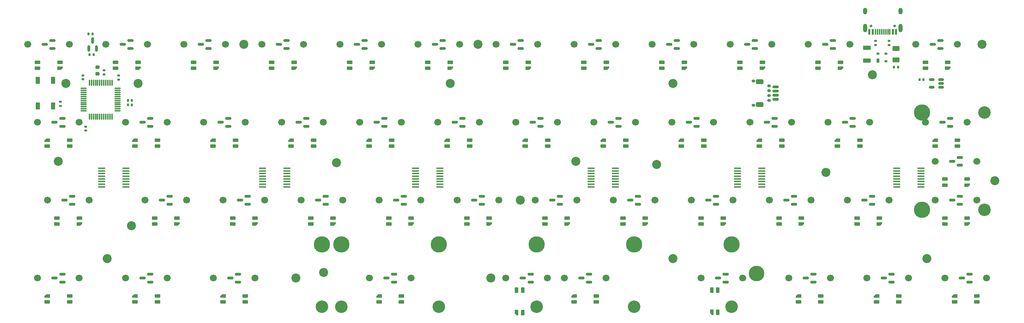
<source format=gbr>
%TF.GenerationSoftware,KiCad,Pcbnew,(7.0.0)*%
%TF.CreationDate,2023-10-27T13:48:32+02:00*%
%TF.ProjectId,vootington VAN,766f6f74-696e-4677-946f-6e2056414e2e,rev?*%
%TF.SameCoordinates,Original*%
%TF.FileFunction,Soldermask,Bot*%
%TF.FilePolarity,Negative*%
%FSLAX46Y46*%
G04 Gerber Fmt 4.6, Leading zero omitted, Abs format (unit mm)*
G04 Created by KiCad (PCBNEW (7.0.0)) date 2023-10-27 13:48:32*
%MOMM*%
%LPD*%
G01*
G04 APERTURE LIST*
G04 Aperture macros list*
%AMRoundRect*
0 Rectangle with rounded corners*
0 $1 Rounding radius*
0 $2 $3 $4 $5 $6 $7 $8 $9 X,Y pos of 4 corners*
0 Add a 4 corners polygon primitive as box body*
4,1,4,$2,$3,$4,$5,$6,$7,$8,$9,$2,$3,0*
0 Add four circle primitives for the rounded corners*
1,1,$1+$1,$2,$3*
1,1,$1+$1,$4,$5*
1,1,$1+$1,$6,$7*
1,1,$1+$1,$8,$9*
0 Add four rect primitives between the rounded corners*
20,1,$1+$1,$2,$3,$4,$5,0*
20,1,$1+$1,$4,$5,$6,$7,0*
20,1,$1+$1,$6,$7,$8,$9,0*
20,1,$1+$1,$8,$9,$2,$3,0*%
%AMFreePoly0*
4,1,18,-0.410000,0.593000,-0.403758,0.624380,-0.385983,0.650983,-0.359380,0.668758,-0.328000,0.675000,0.328000,0.675000,0.359380,0.668758,0.385983,0.650983,0.403758,0.624380,0.410000,0.593000,0.410000,-0.593000,0.403758,-0.624380,0.385983,-0.650983,0.359380,-0.668758,0.328000,-0.675000,0.000000,-0.675000,-0.410000,-0.265000,-0.410000,0.593000,-0.410000,0.593000,$1*%
G04 Aperture macros list end*
%ADD10C,1.700000*%
%ADD11C,2.200000*%
%ADD12C,3.048000*%
%ADD13C,3.987800*%
%ADD14C,3.800000*%
%ADD15RoundRect,0.082000X-0.328000X-0.593000X0.328000X-0.593000X0.328000X0.593000X-0.328000X0.593000X0*%
%ADD16FreePoly0,0.000000*%
%ADD17RoundRect,0.150000X0.512500X0.150000X-0.512500X0.150000X-0.512500X-0.150000X0.512500X-0.150000X0*%
%ADD18RoundRect,0.150000X0.587500X0.150000X-0.587500X0.150000X-0.587500X-0.150000X0.587500X-0.150000X0*%
%ADD19R,1.778000X0.419100*%
%ADD20RoundRect,0.082000X-0.593000X0.328000X-0.593000X-0.328000X0.593000X-0.328000X0.593000X0.328000X0*%
%ADD21FreePoly0,270.000000*%
%ADD22RoundRect,0.082000X0.593000X-0.328000X0.593000X0.328000X-0.593000X0.328000X-0.593000X-0.328000X0*%
%ADD23FreePoly0,90.000000*%
%ADD24R,1.100000X1.800000*%
%ADD25RoundRect,0.075000X0.662500X0.075000X-0.662500X0.075000X-0.662500X-0.075000X0.662500X-0.075000X0*%
%ADD26RoundRect,0.075000X0.075000X0.662500X-0.075000X0.662500X-0.075000X-0.662500X0.075000X-0.662500X0*%
%ADD27RoundRect,0.140000X0.140000X0.170000X-0.140000X0.170000X-0.140000X-0.170000X0.140000X-0.170000X0*%
%ADD28RoundRect,0.135000X0.185000X-0.135000X0.185000X0.135000X-0.185000X0.135000X-0.185000X-0.135000X0*%
%ADD29RoundRect,0.140000X-0.140000X-0.170000X0.140000X-0.170000X0.140000X0.170000X-0.140000X0.170000X0*%
%ADD30R,0.700000X1.000000*%
%ADD31R,0.700000X0.600000*%
%ADD32RoundRect,0.150000X0.625000X-0.150000X0.625000X0.150000X-0.625000X0.150000X-0.625000X-0.150000X0*%
%ADD33RoundRect,0.250000X0.650000X-0.350000X0.650000X0.350000X-0.650000X0.350000X-0.650000X-0.350000X0*%
%ADD34RoundRect,0.140000X-0.170000X0.140000X-0.170000X-0.140000X0.170000X-0.140000X0.170000X0.140000X0*%
%ADD35RoundRect,0.150000X0.275000X-0.150000X0.275000X0.150000X-0.275000X0.150000X-0.275000X-0.150000X0*%
%ADD36RoundRect,0.175000X0.225000X-0.175000X0.225000X0.175000X-0.225000X0.175000X-0.225000X-0.175000X0*%
%ADD37C,0.650000*%
%ADD38R,0.600000X1.450000*%
%ADD39R,0.300000X1.450000*%
%ADD40O,1.000000X1.600000*%
%ADD41O,1.000000X2.100000*%
%ADD42RoundRect,0.140000X0.170000X-0.140000X0.170000X0.140000X-0.170000X0.140000X-0.170000X-0.140000X0*%
%ADD43RoundRect,0.250000X0.700000X-0.275000X0.700000X0.275000X-0.700000X0.275000X-0.700000X-0.275000X0*%
%ADD44RoundRect,0.225000X0.250000X-0.225000X0.250000X0.225000X-0.250000X0.225000X-0.250000X-0.225000X0*%
%ADD45RoundRect,0.150000X0.150000X-0.587500X0.150000X0.587500X-0.150000X0.587500X-0.150000X-0.587500X0*%
%ADD46RoundRect,0.250000X-0.625000X0.375000X-0.625000X-0.375000X0.625000X-0.375000X0.625000X0.375000X0*%
G04 APERTURE END LIST*
D10*
%TO.C,K_31*%
X136207500Y-79375000D03*
X146367500Y-79375000D03*
%TD*%
%TO.C,K_34*%
X193357500Y-79375000D03*
X203517500Y-79375000D03*
%TD*%
D11*
%TO.C,H23*%
X38893750Y-69850000D03*
%TD*%
D10*
%TO.C,K_25*%
X252888750Y-69850000D03*
X263048750Y-69850000D03*
%TD*%
D11*
%TO.C,H21*%
X188912500Y-50800000D03*
%TD*%
D10*
%TO.C,K_33*%
X174307500Y-79375000D03*
X184467500Y-79375000D03*
%TD*%
%TO.C,K_46*%
X236220000Y-98425000D03*
X246380000Y-98425000D03*
%TD*%
D11*
%TO.C,H9*%
X141287500Y-41275000D03*
%TD*%
D10*
%TO.C,K_30*%
X117157500Y-79375000D03*
X127317500Y-79375000D03*
%TD*%
%TO.C,K_10*%
X202882500Y-41275000D03*
X213042500Y-41275000D03*
%TD*%
%TO.C,K_20*%
X169545000Y-60325000D03*
X179705000Y-60325000D03*
%TD*%
%TO.C,K_28*%
X79057500Y-79375000D03*
X89217500Y-79375000D03*
%TD*%
%TO.C,K_16*%
X93345000Y-60325000D03*
X103505000Y-60325000D03*
%TD*%
%TO.C,K_45*%
X217170000Y-98425000D03*
X227330000Y-98425000D03*
%TD*%
%TO.C,K_39*%
X55245000Y-98425000D03*
X65405000Y-98425000D03*
%TD*%
%TO.C,K_15*%
X74295000Y-60325000D03*
X84455000Y-60325000D03*
%TD*%
D11*
%TO.C,H10*%
X264318750Y-41275000D03*
%TD*%
%TO.C,H4*%
X165162500Y-69850000D03*
%TD*%
D10*
%TO.C,K_26*%
X36195000Y-79375000D03*
X46355000Y-79375000D03*
%TD*%
%TO.C,K_35*%
X212407500Y-79375000D03*
X222567500Y-79375000D03*
%TD*%
%TO.C,K_17*%
X112395000Y-60325000D03*
X122555000Y-60325000D03*
%TD*%
%TO.C,K_23*%
X226695000Y-60325000D03*
X236855000Y-60325000D03*
%TD*%
%TO.C,K_3*%
X69532500Y-41275000D03*
X79692500Y-41275000D03*
%TD*%
%TO.C,K_32*%
X155257500Y-79375000D03*
X165417500Y-79375000D03*
%TD*%
D11*
%TO.C,H17*%
X144462500Y-98425000D03*
%TD*%
%TO.C,H22*%
X40731250Y-50800000D03*
%TD*%
D10*
%TO.C,K_37*%
X252888750Y-79375000D03*
X263048750Y-79375000D03*
%TD*%
%TO.C,K_12*%
X248126250Y-41275000D03*
X258286250Y-41275000D03*
%TD*%
%TO.C,K_4*%
X88582500Y-41275000D03*
X98742500Y-41275000D03*
%TD*%
%TO.C,K_27*%
X60007500Y-79375000D03*
X70167500Y-79375000D03*
%TD*%
%TO.C,K_8*%
X164782500Y-41275000D03*
X174942500Y-41275000D03*
%TD*%
D11*
%TO.C,H15*%
X50800000Y-93662500D03*
%TD*%
D10*
%TO.C,K_1*%
X31432500Y-41275000D03*
X41592500Y-41275000D03*
%TD*%
D12*
%TO.C,S1*%
X131762500Y-105410000D03*
D13*
X131762500Y-90170000D03*
D12*
X107950000Y-105410000D03*
D13*
X107950000Y-90170000D03*
%TD*%
D14*
%TO.C,H7*%
X209309500Y-97302500D03*
%TD*%
D10*
%TO.C,K_40*%
X76676250Y-98425000D03*
X86836250Y-98425000D03*
%TD*%
%TO.C,K_9*%
X183832500Y-41275000D03*
X193992500Y-41275000D03*
%TD*%
D11*
%TO.C,H18*%
X188912500Y-93662500D03*
%TD*%
D10*
%TO.C,K_11*%
X221932500Y-41275000D03*
X232092500Y-41275000D03*
%TD*%
D11*
%TO.C,H6*%
X103662500Y-97024000D03*
%TD*%
D13*
%TO.C,S4*%
X249713750Y-57943750D03*
X249713750Y-81756250D03*
D12*
X264953750Y-57943750D03*
X264953750Y-81756250D03*
%TD*%
D10*
%TO.C,K_18*%
X131445000Y-60325000D03*
X141605000Y-60325000D03*
%TD*%
%TO.C,K_41*%
X114776250Y-98425000D03*
X124936250Y-98425000D03*
%TD*%
%TO.C,K_13*%
X33813750Y-60325000D03*
X43973750Y-60325000D03*
%TD*%
%TO.C,K_5*%
X107632500Y-41275000D03*
X117792500Y-41275000D03*
%TD*%
D11*
%TO.C,H8*%
X84137500Y-41275000D03*
%TD*%
D10*
%TO.C,K_36*%
X231457500Y-79375000D03*
X241617500Y-79375000D03*
%TD*%
D11*
%TO.C,H3*%
X237562500Y-48674000D03*
%TD*%
%TO.C,H12*%
X184943750Y-70643750D03*
%TD*%
D12*
%TO.C,S2*%
X203193650Y-105410000D03*
D13*
X203193650Y-90170000D03*
D12*
X103181150Y-105410000D03*
D13*
X103181150Y-90170000D03*
%TD*%
D10*
%TO.C,K_6*%
X126682500Y-41275000D03*
X136842500Y-41275000D03*
%TD*%
%TO.C,K_42*%
X148107400Y-98425000D03*
X158267400Y-98425000D03*
%TD*%
%TO.C,K_29*%
X98107500Y-79375000D03*
X108267500Y-79375000D03*
%TD*%
%TO.C,K_47*%
X255270000Y-98425000D03*
X265430000Y-98425000D03*
%TD*%
%TO.C,K_22*%
X207645000Y-60325000D03*
X217805000Y-60325000D03*
%TD*%
%TO.C,K_21*%
X188595000Y-60325000D03*
X198755000Y-60325000D03*
%TD*%
%TO.C,K_14*%
X55245000Y-60325000D03*
X65405000Y-60325000D03*
%TD*%
%TO.C,K_44*%
X195738750Y-98425000D03*
X205898750Y-98425000D03*
%TD*%
%TO.C,K_24*%
X250507500Y-60325000D03*
X260667500Y-60325000D03*
%TD*%
%TO.C,K_19*%
X150495000Y-60325000D03*
X160655000Y-60325000D03*
%TD*%
%TO.C,K_43*%
X162401250Y-98425000D03*
X172561250Y-98425000D03*
%TD*%
%TO.C,K_7*%
X145732500Y-41275000D03*
X155892500Y-41275000D03*
%TD*%
D11*
%TO.C,H5*%
X56715000Y-85573750D03*
%TD*%
D10*
%TO.C,K_38*%
X33813750Y-98425000D03*
X43973750Y-98425000D03*
%TD*%
D11*
%TO.C,H16*%
X96837500Y-98425000D03*
%TD*%
%TO.C,H13*%
X226218750Y-72531250D03*
%TD*%
D10*
%TO.C,K_2*%
X50482500Y-41275000D03*
X60642500Y-41275000D03*
%TD*%
D12*
%TO.C,S3*%
X179387500Y-105410000D03*
D13*
X179387500Y-90170000D03*
D12*
X155575000Y-105410000D03*
D13*
X155575000Y-90170000D03*
%TD*%
D11*
%TO.C,H1*%
X58312500Y-50800000D03*
%TD*%
%TO.C,H11*%
X106744954Y-70226862D03*
%TD*%
%TO.C,H20*%
X151606250Y-79375000D03*
%TD*%
%TO.C,H14*%
X267493750Y-74612500D03*
%TD*%
%TO.C,H19*%
X250825000Y-93662500D03*
%TD*%
%TO.C,H2*%
X134512500Y-50800000D03*
%TD*%
D15*
%TO.C,D38*%
X152212750Y-101395000D03*
X150712750Y-101395000D03*
X152212750Y-106845000D03*
D16*
X150712749Y-106844999D03*
%TD*%
D17*
%TO.C,U46*%
X254343750Y-49850000D03*
X254343750Y-50800000D03*
X254343750Y-51750000D03*
X252068750Y-51750000D03*
X252068750Y-49850000D03*
%TD*%
D18*
%TO.C,U45*%
X258906250Y-68900000D03*
X258906250Y-70800000D03*
X257031250Y-69850000D03*
%TD*%
D19*
%TO.C,U53*%
X210569635Y-71563904D03*
X210569635Y-72214144D03*
X210569635Y-72864384D03*
X210569635Y-73514624D03*
X210569635Y-74159784D03*
X210569635Y-74810024D03*
X210569635Y-75460264D03*
X210569635Y-76110504D03*
X204620955Y-76110504D03*
X204620955Y-75460264D03*
X204620955Y-74810024D03*
X204620955Y-74159784D03*
X204620955Y-73514624D03*
X204620955Y-72864384D03*
X204620955Y-72214144D03*
X204620955Y-71563904D03*
%TD*%
D20*
%TO.C,D42*%
X41618750Y-104279000D03*
X41618750Y-102779000D03*
X36168750Y-104279000D03*
D21*
X36168749Y-102778999D03*
%TD*%
D18*
%TO.C,U43*%
X201756250Y-97475000D03*
X201756250Y-99375000D03*
X199881250Y-98425000D03*
%TD*%
D22*
%TO.C,D6*%
X109987500Y-45629000D03*
X109987500Y-47129000D03*
X115437500Y-45629000D03*
D23*
X115437499Y-47128999D03*
%TD*%
D18*
%TO.C,U39*%
X39831250Y-97475000D03*
X39831250Y-99375000D03*
X37956250Y-98425000D03*
%TD*%
D22*
%TO.C,D32*%
X38550000Y-83729000D03*
X38550000Y-85229000D03*
X44000000Y-83729000D03*
D23*
X43999999Y-85228999D03*
%TD*%
D18*
%TO.C,U9*%
X151750000Y-40325000D03*
X151750000Y-42225000D03*
X149875000Y-41275000D03*
%TD*%
D22*
%TO.C,D29*%
X214762500Y-83729000D03*
X214762500Y-85229000D03*
X220212500Y-83729000D03*
D23*
X220212499Y-85228999D03*
%TD*%
D20*
%TO.C,D45*%
X263075000Y-104279000D03*
X263075000Y-102779000D03*
X257625000Y-104279000D03*
D21*
X257624999Y-102778999D03*
%TD*%
D18*
%TO.C,U35*%
X85075000Y-78425000D03*
X85075000Y-80325000D03*
X83200000Y-79375000D03*
%TD*%
%TO.C,U48*%
X120793750Y-97475000D03*
X120793750Y-99375000D03*
X118918750Y-98425000D03*
%TD*%
D24*
%TO.C,SW1*%
X33868749Y-50081249D03*
X33868749Y-56281249D03*
X37568749Y-50081249D03*
X37568749Y-56281249D03*
%TD*%
D25*
%TO.C,U59*%
X53375000Y-52018750D03*
X53375000Y-52518750D03*
X53375000Y-53018750D03*
X53375000Y-53518750D03*
X53375000Y-54018750D03*
X53375000Y-54518750D03*
X53375000Y-55018750D03*
X53375000Y-55518750D03*
X53375000Y-56018750D03*
X53375000Y-56518750D03*
X53375000Y-57018750D03*
X53375000Y-57518750D03*
D26*
X51962500Y-58931250D03*
X51462500Y-58931250D03*
X50962500Y-58931250D03*
X50462500Y-58931250D03*
X49962500Y-58931250D03*
X49462500Y-58931250D03*
X48962500Y-58931250D03*
X48462500Y-58931250D03*
X47962500Y-58931250D03*
X47462500Y-58931250D03*
X46962500Y-58931250D03*
X46462500Y-58931250D03*
D25*
X45050000Y-57518750D03*
X45050000Y-57018750D03*
X45050000Y-56518750D03*
X45050000Y-56018750D03*
X45050000Y-55518750D03*
X45050000Y-55018750D03*
X45050000Y-54518750D03*
X45050000Y-54018750D03*
X45050000Y-53518750D03*
X45050000Y-53018750D03*
X45050000Y-52518750D03*
X45050000Y-52018750D03*
D26*
X46462500Y-50606250D03*
X46962500Y-50606250D03*
X47462500Y-50606250D03*
X47962500Y-50606250D03*
X48462500Y-50606250D03*
X48962500Y-50606250D03*
X49462500Y-50606250D03*
X49962500Y-50606250D03*
X50462500Y-50606250D03*
X50962500Y-50606250D03*
X51462500Y-50606250D03*
X51962500Y-50606250D03*
%TD*%
D22*
%TO.C,D10*%
X186187500Y-45629000D03*
X186187500Y-47129000D03*
X191637500Y-45629000D03*
D23*
X191637499Y-47128999D03*
%TD*%
D27*
%TO.C,C6*%
X243812000Y-46831250D03*
X242852000Y-46831250D03*
%TD*%
D20*
%TO.C,D40*%
X84481250Y-104279000D03*
X84481250Y-102779000D03*
X79031250Y-104279000D03*
D21*
X79031249Y-102778999D03*
%TD*%
D28*
%TO.C,R3*%
X238316089Y-41388126D03*
X238316089Y-40368126D03*
%TD*%
D29*
%TO.C,C29*%
X55866106Y-54997317D03*
X56826106Y-54997317D03*
%TD*%
D20*
%TO.C,D18*%
X63050000Y-66179000D03*
X63050000Y-64679000D03*
X57600000Y-66179000D03*
D21*
X57599999Y-64678999D03*
%TD*%
D20*
%TO.C,D16*%
X101150000Y-66179000D03*
X101150000Y-64679000D03*
X95700000Y-66179000D03*
D21*
X95699999Y-64678999D03*
%TD*%
D18*
%TO.C,U37*%
X199375000Y-78425000D03*
X199375000Y-80325000D03*
X197500000Y-79375000D03*
%TD*%
%TO.C,U18*%
X137462500Y-59375000D03*
X137462500Y-61275000D03*
X135587500Y-60325000D03*
%TD*%
D30*
%TO.C,U58*%
X238903588Y-45199999D03*
D31*
X238903588Y-43499999D03*
X240903588Y-43499999D03*
X240903588Y-45399999D03*
%TD*%
D18*
%TO.C,U11*%
X227950000Y-40325000D03*
X227950000Y-42225000D03*
X226075000Y-41275000D03*
%TD*%
%TO.C,U22*%
X256525000Y-59375000D03*
X256525000Y-61275000D03*
X254650000Y-60325000D03*
%TD*%
%TO.C,U19*%
X156512500Y-59375000D03*
X156512500Y-61275000D03*
X154637500Y-60325000D03*
%TD*%
D29*
%TO.C,C4*%
X46250752Y-38734964D03*
X47210752Y-38734964D03*
%TD*%
%TO.C,C3*%
X249090287Y-49860425D03*
X250050287Y-49860425D03*
%TD*%
D22*
%TO.C,D4*%
X71887500Y-45629000D03*
X71887500Y-47129000D03*
X77337500Y-45629000D03*
D23*
X77337499Y-47128999D03*
%TD*%
D20*
%TO.C,D15*%
X120200000Y-66179000D03*
X120200000Y-64679000D03*
X114750000Y-66179000D03*
D21*
X114749999Y-64678999D03*
%TD*%
D20*
%TO.C,D22*%
X215450000Y-66179000D03*
X215450000Y-64679000D03*
X210000000Y-66179000D03*
D21*
X209999999Y-64678999D03*
%TD*%
D22*
%TO.C,D31*%
X255243750Y-74204000D03*
X255243750Y-75704000D03*
X260693750Y-74204000D03*
D23*
X260693749Y-75703999D03*
%TD*%
D18*
%TO.C,U30*%
X142225000Y-78425000D03*
X142225000Y-80325000D03*
X140350000Y-79375000D03*
%TD*%
D22*
%TO.C,D2*%
X33787500Y-45629000D03*
X33787500Y-47129000D03*
X39237500Y-45629000D03*
D23*
X39237499Y-47128999D03*
%TD*%
D32*
%TO.C,J1*%
X213931250Y-54681250D03*
X213931250Y-53681250D03*
X213931250Y-52681250D03*
X213931250Y-51681250D03*
D33*
X210056250Y-55981250D03*
X210056250Y-50381250D03*
%TD*%
D18*
%TO.C,U8*%
X132700000Y-40325000D03*
X132700000Y-42225000D03*
X130825000Y-41275000D03*
%TD*%
D29*
%TO.C,C11*%
X55859704Y-56073622D03*
X56819704Y-56073622D03*
%TD*%
D18*
%TO.C,U41*%
X154131250Y-97475000D03*
X154131250Y-99375000D03*
X152256250Y-98425000D03*
%TD*%
D28*
%TO.C,R4*%
X241631622Y-41417466D03*
X241631622Y-40397466D03*
%TD*%
D20*
%TO.C,D19*%
X41618750Y-66179000D03*
X41618750Y-64679000D03*
X36168750Y-66179000D03*
D21*
X36168749Y-64678999D03*
%TD*%
D22*
%TO.C,D28*%
X195712500Y-83729000D03*
X195712500Y-85229000D03*
X201162500Y-83729000D03*
D23*
X201162499Y-85228999D03*
%TD*%
D18*
%TO.C,U29*%
X123175000Y-78425000D03*
X123175000Y-80325000D03*
X121300000Y-79375000D03*
%TD*%
D22*
%TO.C,D12*%
X224287500Y-45629000D03*
X224287500Y-47129000D03*
X229737500Y-45629000D03*
D23*
X229737499Y-47128999D03*
%TD*%
D18*
%TO.C,U47*%
X82693750Y-97475000D03*
X82693750Y-99375000D03*
X80818750Y-98425000D03*
%TD*%
D34*
%TO.C,C1*%
X45574303Y-61406884D03*
X45574303Y-62366884D03*
%TD*%
D15*
%TO.C,D48*%
X199825749Y-101338000D03*
X198325749Y-101338000D03*
X199825749Y-106788000D03*
D16*
X198325748Y-106787999D03*
%TD*%
D18*
%TO.C,U32*%
X180325000Y-78425000D03*
X180325000Y-80325000D03*
X178450000Y-79375000D03*
%TD*%
%TO.C,U28*%
X66025000Y-78425000D03*
X66025000Y-80325000D03*
X64150000Y-79375000D03*
%TD*%
D19*
%TO.C,U57*%
X55361839Y-71545449D03*
X55361839Y-72195689D03*
X55361839Y-72845929D03*
X55361839Y-73496169D03*
X55361839Y-74141329D03*
X55361839Y-74791569D03*
X55361839Y-75441809D03*
X55361839Y-76092049D03*
X49413159Y-76092049D03*
X49413159Y-75441809D03*
X49413159Y-74791569D03*
X49413159Y-74141329D03*
X49413159Y-73496169D03*
X49413159Y-72845929D03*
X49413159Y-72195689D03*
X49413159Y-71545449D03*
%TD*%
D18*
%TO.C,U4*%
X37450000Y-40325000D03*
X37450000Y-42225000D03*
X35575000Y-41275000D03*
%TD*%
%TO.C,U33*%
X237475000Y-78425000D03*
X237475000Y-80325000D03*
X235600000Y-79375000D03*
%TD*%
%TO.C,U50*%
X261287500Y-97475000D03*
X261287500Y-99375000D03*
X259412500Y-98425000D03*
%TD*%
%TO.C,U40*%
X61262500Y-97475000D03*
X61262500Y-99375000D03*
X59387500Y-98425000D03*
%TD*%
%TO.C,U7*%
X113650000Y-40325000D03*
X113650000Y-42225000D03*
X111775000Y-41275000D03*
%TD*%
D35*
%TO.C,J3*%
X212325197Y-54981250D03*
X212325197Y-53781250D03*
X212325197Y-52581250D03*
X212325197Y-51381250D03*
D36*
X208550197Y-56131250D03*
X208550197Y-50231250D03*
%TD*%
D18*
%TO.C,U36*%
X104125000Y-78425000D03*
X104125000Y-80325000D03*
X102250000Y-79375000D03*
%TD*%
%TO.C,U5*%
X56500000Y-40325000D03*
X56500000Y-42225000D03*
X54625000Y-41275000D03*
%TD*%
D37*
%TO.C,J2*%
X237203500Y-36731250D03*
X242983500Y-36731250D03*
D38*
X236843499Y-38176249D03*
X237643499Y-38176249D03*
D39*
X238843499Y-38176249D03*
X239843499Y-38176249D03*
X240343499Y-38176249D03*
X241343499Y-38176249D03*
D38*
X242543499Y-38176249D03*
X243343499Y-38176249D03*
X243343499Y-38176249D03*
X242543499Y-38176249D03*
D39*
X241843499Y-38176249D03*
X240843499Y-38176249D03*
X239343499Y-38176249D03*
X238343499Y-38176249D03*
D38*
X237643499Y-38176249D03*
X236843499Y-38176249D03*
D40*
X235773499Y-33081249D03*
D41*
X235773499Y-37261249D03*
D40*
X244413499Y-33081249D03*
D41*
X244413499Y-37261249D03*
%TD*%
D18*
%TO.C,U10*%
X170800000Y-40325000D03*
X170800000Y-42225000D03*
X168925000Y-41275000D03*
%TD*%
%TO.C,U44*%
X223187500Y-97475000D03*
X223187500Y-99375000D03*
X221312500Y-98425000D03*
%TD*%
D20*
%TO.C,D47*%
X224975000Y-104279000D03*
X224975000Y-102779000D03*
X219525000Y-104279000D03*
D21*
X219524999Y-102778999D03*
%TD*%
D19*
%TO.C,U54*%
X174850885Y-71543434D03*
X174850885Y-72193674D03*
X174850885Y-72843914D03*
X174850885Y-73494154D03*
X174850885Y-74139314D03*
X174850885Y-74789554D03*
X174850885Y-75439794D03*
X174850885Y-76090034D03*
X168902205Y-76090034D03*
X168902205Y-75439794D03*
X168902205Y-74789554D03*
X168902205Y-74139314D03*
X168902205Y-73494154D03*
X168902205Y-72843914D03*
X168902205Y-72193674D03*
X168902205Y-71543434D03*
%TD*%
D22*
%TO.C,D13*%
X250481250Y-45629000D03*
X250481250Y-47129000D03*
X255931250Y-45629000D03*
D23*
X255931249Y-47128999D03*
%TD*%
D20*
%TO.C,D17*%
X82100000Y-66179000D03*
X82100000Y-64679000D03*
X76650000Y-66179000D03*
D21*
X76649999Y-64678999D03*
%TD*%
D18*
%TO.C,U16*%
X61262500Y-59375000D03*
X61262500Y-61275000D03*
X59387500Y-60325000D03*
%TD*%
%TO.C,U23*%
X80312500Y-59375000D03*
X80312500Y-61275000D03*
X78437500Y-60325000D03*
%TD*%
D42*
%TO.C,C2*%
X44848806Y-49792201D03*
X44848806Y-48832201D03*
%TD*%
D20*
%TO.C,D21*%
X234500000Y-66179000D03*
X234500000Y-64679000D03*
X229050000Y-66179000D03*
D21*
X229049999Y-64678999D03*
%TD*%
D18*
%TO.C,U17*%
X118412500Y-59375000D03*
X118412500Y-61275000D03*
X116537500Y-60325000D03*
%TD*%
D42*
%TO.C,C10*%
X50006250Y-48582962D03*
X50006250Y-47622962D03*
%TD*%
D18*
%TO.C,U20*%
X175562500Y-59375000D03*
X175562500Y-61275000D03*
X173687500Y-60325000D03*
%TD*%
D27*
%TO.C,C5*%
X47456127Y-43770976D03*
X46496127Y-43770976D03*
%TD*%
D22*
%TO.C,D11*%
X205237500Y-45629000D03*
X205237500Y-47129000D03*
X210687500Y-45629000D03*
D23*
X210687499Y-47128999D03*
%TD*%
D28*
%TO.C,R5*%
X39379783Y-56280538D03*
X39379783Y-55260538D03*
%TD*%
D22*
%TO.C,D7*%
X129037500Y-45629000D03*
X129037500Y-47129000D03*
X134487500Y-45629000D03*
D23*
X134487499Y-47128999D03*
%TD*%
D20*
%TO.C,D25*%
X158300000Y-66179000D03*
X158300000Y-64679000D03*
X152850000Y-66179000D03*
D21*
X152849999Y-64678999D03*
%TD*%
D22*
%TO.C,D35*%
X100462500Y-83729000D03*
X100462500Y-85229000D03*
X105912500Y-83729000D03*
D23*
X105912499Y-85228999D03*
%TD*%
D22*
%TO.C,D30*%
X233812500Y-83729000D03*
X233812500Y-85229000D03*
X239262500Y-83729000D03*
D23*
X239262499Y-85228999D03*
%TD*%
D22*
%TO.C,D5*%
X90937500Y-45629000D03*
X90937500Y-47129000D03*
X96387500Y-45629000D03*
D23*
X96387499Y-47128999D03*
%TD*%
D19*
%TO.C,U51*%
X249463385Y-71563904D03*
X249463385Y-72214144D03*
X249463385Y-72864384D03*
X249463385Y-73514624D03*
X249463385Y-74159784D03*
X249463385Y-74810024D03*
X249463385Y-75460264D03*
X249463385Y-76110504D03*
X243514705Y-76110504D03*
X243514705Y-75460264D03*
X243514705Y-74810024D03*
X243514705Y-74159784D03*
X243514705Y-73514624D03*
X243514705Y-72864384D03*
X243514705Y-72214144D03*
X243514705Y-71563904D03*
%TD*%
D43*
%TO.C,L1*%
X236188250Y-45237500D03*
X236188250Y-42087500D03*
%TD*%
D20*
%TO.C,D46*%
X244025000Y-104279000D03*
X244025000Y-102779000D03*
X238575000Y-104279000D03*
D21*
X238574999Y-102778999D03*
%TD*%
D22*
%TO.C,D34*%
X81412500Y-83729000D03*
X81412500Y-85229000D03*
X86862500Y-83729000D03*
D23*
X86862499Y-85228999D03*
%TD*%
D22*
%TO.C,D44*%
X255243750Y-83729000D03*
X255243750Y-85229000D03*
X260693750Y-83729000D03*
D23*
X260693749Y-85228999D03*
%TD*%
D22*
%TO.C,D26*%
X157612500Y-83729000D03*
X157612500Y-85229000D03*
X163062500Y-83729000D03*
D23*
X163062499Y-85228999D03*
%TD*%
D42*
%TO.C,C12*%
X53577271Y-49854806D03*
X53577271Y-48894806D03*
%TD*%
D22*
%TO.C,D37*%
X138562500Y-83729000D03*
X138562500Y-85229000D03*
X144012500Y-83729000D03*
D23*
X144012499Y-85228999D03*
%TD*%
D18*
%TO.C,U15*%
X39831250Y-59375000D03*
X39831250Y-61275000D03*
X37956250Y-60325000D03*
%TD*%
%TO.C,U6*%
X94600000Y-40325000D03*
X94600000Y-42225000D03*
X92725000Y-41275000D03*
%TD*%
%TO.C,U13*%
X189850000Y-40325000D03*
X189850000Y-42225000D03*
X187975000Y-41275000D03*
%TD*%
%TO.C,U49*%
X242237500Y-97475000D03*
X242237500Y-99375000D03*
X240362500Y-98425000D03*
%TD*%
D22*
%TO.C,D9*%
X167137500Y-45629000D03*
X167137500Y-47129000D03*
X172587500Y-45629000D03*
D23*
X172587499Y-47128999D03*
%TD*%
D18*
%TO.C,U21*%
X232712500Y-59375000D03*
X232712500Y-61275000D03*
X230837500Y-60325000D03*
%TD*%
%TO.C,U24*%
X99362500Y-59375000D03*
X99362500Y-61275000D03*
X97487500Y-60325000D03*
%TD*%
%TO.C,U42*%
X168418750Y-97475000D03*
X168418750Y-99375000D03*
X166543750Y-98425000D03*
%TD*%
D20*
%TO.C,D14*%
X139250000Y-66179000D03*
X139250000Y-64679000D03*
X133800000Y-66179000D03*
D21*
X133799999Y-64678999D03*
%TD*%
D18*
%TO.C,U38*%
X218425000Y-78425000D03*
X218425000Y-80325000D03*
X216550000Y-79375000D03*
%TD*%
%TO.C,U12*%
X254143750Y-40325000D03*
X254143750Y-42225000D03*
X252268750Y-41275000D03*
%TD*%
D22*
%TO.C,D8*%
X148087500Y-45629000D03*
X148087500Y-47129000D03*
X153537500Y-45629000D03*
D23*
X153537499Y-47128999D03*
%TD*%
D18*
%TO.C,U26*%
X213662500Y-59375000D03*
X213662500Y-61275000D03*
X211787500Y-60325000D03*
%TD*%
D20*
%TO.C,D20*%
X258312500Y-66179000D03*
X258312500Y-64679000D03*
X252862500Y-66179000D03*
D21*
X252862499Y-64678999D03*
%TD*%
D20*
%TO.C,D24*%
X177350000Y-66179000D03*
X177350000Y-64679000D03*
X171900000Y-66179000D03*
D21*
X171899999Y-64678999D03*
%TD*%
D44*
%TO.C,C13*%
X48418750Y-48400000D03*
X48418750Y-46850000D03*
%TD*%
D22*
%TO.C,D36*%
X119512500Y-83729000D03*
X119512500Y-85229000D03*
X124962500Y-83729000D03*
D23*
X124962499Y-85228999D03*
%TD*%
D18*
%TO.C,U25*%
X194612500Y-59375000D03*
X194612500Y-61275000D03*
X192737500Y-60325000D03*
%TD*%
%TO.C,U31*%
X161275000Y-78425000D03*
X161275000Y-80325000D03*
X159400000Y-79375000D03*
%TD*%
%TO.C,U27*%
X42212500Y-78425000D03*
X42212500Y-80325000D03*
X40337500Y-79375000D03*
%TD*%
D19*
%TO.C,U56*%
X94682135Y-71545449D03*
X94682135Y-72195689D03*
X94682135Y-72845929D03*
X94682135Y-73496169D03*
X94682135Y-74141329D03*
X94682135Y-74791569D03*
X94682135Y-75441809D03*
X94682135Y-76092049D03*
X88733455Y-76092049D03*
X88733455Y-75441809D03*
X88733455Y-74791569D03*
X88733455Y-74141329D03*
X88733455Y-73496169D03*
X88733455Y-72845929D03*
X88733455Y-72195689D03*
X88733455Y-71545449D03*
%TD*%
D18*
%TO.C,U34*%
X258906250Y-78425000D03*
X258906250Y-80325000D03*
X257031250Y-79375000D03*
%TD*%
D19*
%TO.C,U55*%
X131988385Y-71543434D03*
X131988385Y-72193674D03*
X131988385Y-72843914D03*
X131988385Y-73494154D03*
X131988385Y-74139314D03*
X131988385Y-74789554D03*
X131988385Y-75439794D03*
X131988385Y-76090034D03*
X126039705Y-76090034D03*
X126039705Y-75439794D03*
X126039705Y-74789554D03*
X126039705Y-74139314D03*
X126039705Y-73494154D03*
X126039705Y-72843914D03*
X126039705Y-72193674D03*
X126039705Y-71543434D03*
%TD*%
D18*
%TO.C,U14*%
X208900000Y-40325000D03*
X208900000Y-42225000D03*
X207025000Y-41275000D03*
%TD*%
D45*
%TO.C,U52*%
X48187212Y-42224904D03*
X46287212Y-42224904D03*
X47237212Y-40349904D03*
%TD*%
D20*
%TO.C,D49*%
X170206250Y-104279000D03*
X170206250Y-102779000D03*
X164756250Y-104279000D03*
D21*
X164756249Y-102778999D03*
%TD*%
D46*
%TO.C,F2*%
X243332000Y-42256250D03*
X243332000Y-45056250D03*
%TD*%
D22*
%TO.C,D3*%
X52837500Y-45629000D03*
X52837500Y-47129000D03*
X58287500Y-45629000D03*
D23*
X58287499Y-47128999D03*
%TD*%
D18*
%TO.C,U2*%
X75550000Y-40325000D03*
X75550000Y-42225000D03*
X73675000Y-41275000D03*
%TD*%
D22*
%TO.C,D27*%
X176662500Y-83729000D03*
X176662500Y-85229000D03*
X182112500Y-83729000D03*
D23*
X182112499Y-85228999D03*
%TD*%
D22*
%TO.C,D33*%
X62362500Y-83729000D03*
X62362500Y-85229000D03*
X67812500Y-83729000D03*
D23*
X67812499Y-85228999D03*
%TD*%
D20*
%TO.C,D41*%
X63050000Y-104279000D03*
X63050000Y-102779000D03*
X57600000Y-104279000D03*
D21*
X57599999Y-102778999D03*
%TD*%
D20*
%TO.C,D23*%
X196400000Y-66179000D03*
X196400000Y-64679000D03*
X190950000Y-66179000D03*
D21*
X190949999Y-64678999D03*
%TD*%
D20*
%TO.C,D39*%
X122581250Y-104279000D03*
X122581250Y-102779000D03*
X117131250Y-104279000D03*
D21*
X117131249Y-102778999D03*
%TD*%
M02*

</source>
